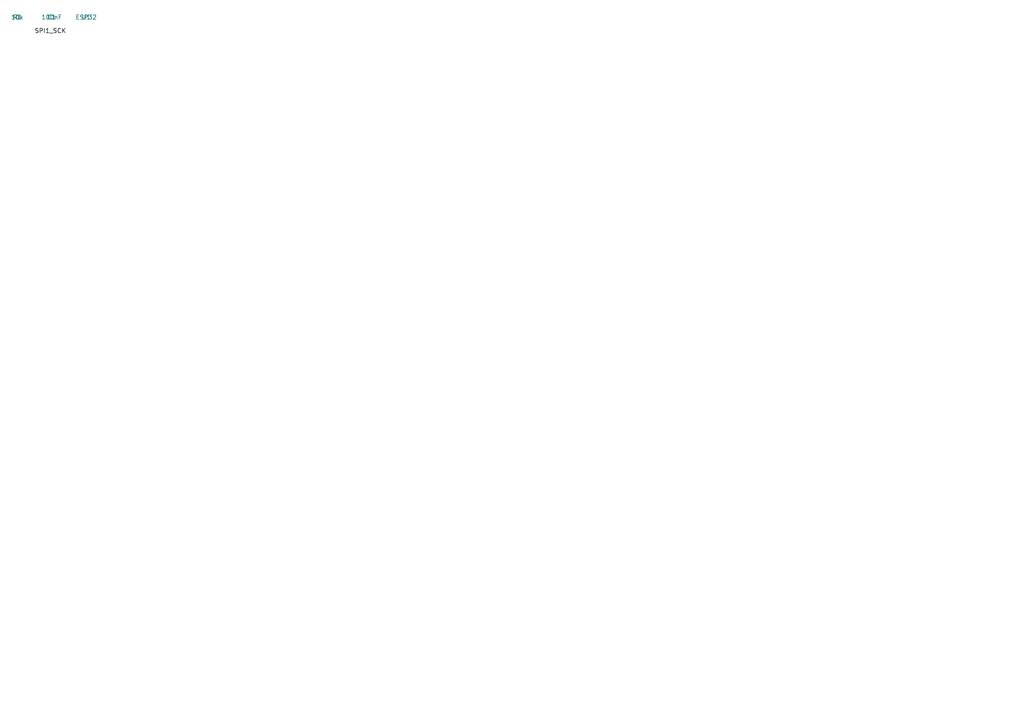
<source format=kicad_sch>
(kicad_sch (version 20211014) (generator kiutils)
  (paper "A4")

  (title_block
    (title "Test Schematic")
    (date "2026-02-17")
    (rev "1.0")
    (company "TestCo")
  )
  (lib_symbols)

  (label "SPI1_SCK" (at 10 10 0)
    (effects (font (size 1.27 1.27)) (justify left bottom))
    (uuid bbbb-0001)
  )

  (symbol (lib_id "Device:R") (at 5 5 0) (unit 1)
    (in_bom yes) (on_board yes)
    (uuid aaaa-0001)
    (property "Reference" "R1" (at 5 5 0)
      (effects (font (size 1.27 1.27)))
    )
    (property "Value" "10k" (at 5 5 0)
      (effects (font (size 1.27 1.27)))
    )
    (property "Footprint" "Resistor_SMD:R_0402_1005Metric" (at 5 5 0)
      (effects (font (size 1.27 1.27)) hide)
    )
    (property "Datasheet" "~" (at 5 5 0)
      (effects (font (size 1.27 1.27)) hide)
    )
    (instances
      (project "test"
        (path "/"
          (reference "R1") (unit 1)
        )
      )
    )
  )

  (symbol (lib_id "Device:C") (at 15 5 0) (unit 1)
    (in_bom yes) (on_board yes)
    (uuid aaaa-0002)
    (property "Reference" "C1" (at 15 5 0)
      (effects (font (size 1.27 1.27)))
    )
    (property "Value" "100nF" (at 15 5 0)
      (effects (font (size 1.27 1.27)))
    )
    (property "Footprint" "Capacitor_SMD:C_0402_1005Metric" (at 15 5 0)
      (effects (font (size 1.27 1.27)) hide)
    )
    (property "Datasheet" "~" (at 15 5 0)
      (effects (font (size 1.27 1.27)) hide)
    )
    (instances
      (project "test"
        (path "/"
          (reference "C1") (unit 1)
        )
      )
    )
  )

  (symbol (lib_id "Device:IC") (at 25 5 0) (unit 1)
    (in_bom yes) (on_board yes)
    (uuid aaaa-0003)
    (property "Reference" "U1" (at 25 5 0)
      (effects (font (size 1.27 1.27)))
    )
    (property "Value" "ESP32" (at 25 5 0)
      (effects (font (size 1.27 1.27)))
    )
    (property "Footprint" "" (at 25 5 0)
      (effects (font (size 1.27 1.27)) hide)
    )
    (property "Datasheet" "~" (at 25 5 0)
      (effects (font (size 1.27 1.27)) hide)
    )
    (instances
      (project "test"
        (path "/"
          (reference "U1") (unit 1)
        )
      )
    )
  )

  (sheet_instances
    (path "/" (page "1"))
  )
)

</source>
